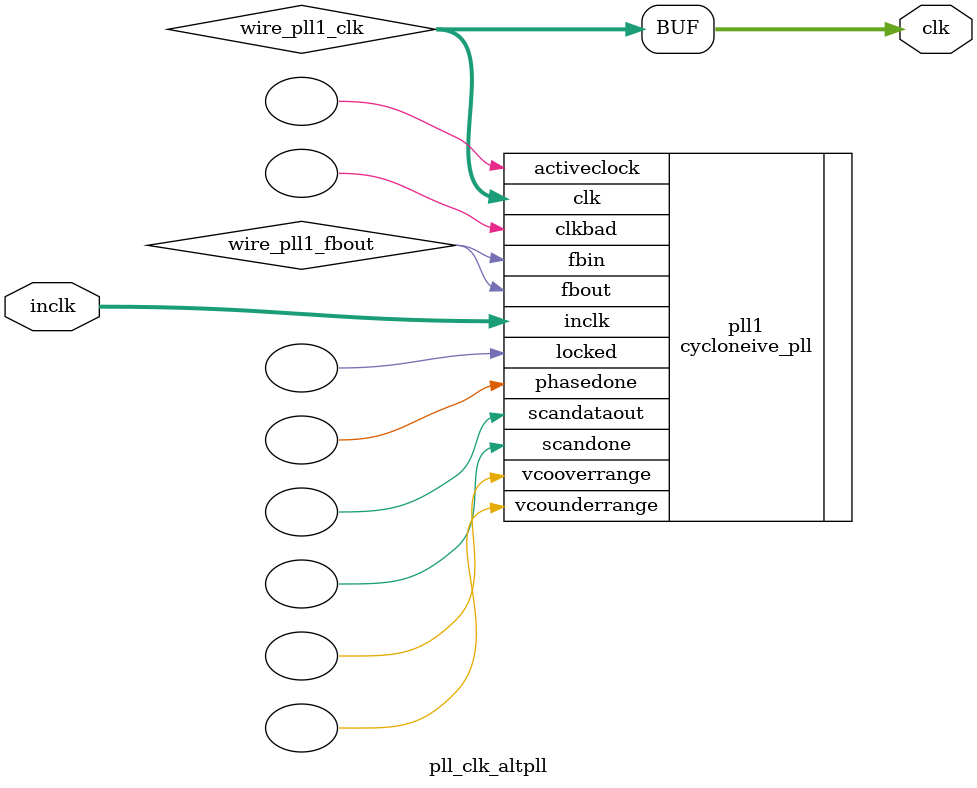
<source format=v>






//synthesis_resources = cycloneive_pll 1 
//synopsys translate_off
`timescale 1 ps / 1 ps
//synopsys translate_on
module  pll_clk_altpll
	( 
	clk,
	inclk) /* synthesis synthesis_clearbox=1 */;
	output   [4:0]  clk;
	input   [1:0]  inclk;
`ifndef ALTERA_RESERVED_QIS
// synopsys translate_off
`endif
	tri0   [1:0]  inclk;
`ifndef ALTERA_RESERVED_QIS
// synopsys translate_on
`endif

	wire  [4:0]   wire_pll1_clk;
	wire  wire_pll1_fbout;

	cycloneive_pll   pll1
	( 
	.activeclock(),
	.clk(wire_pll1_clk),
	.clkbad(),
	.fbin(wire_pll1_fbout),
	.fbout(wire_pll1_fbout),
	.inclk(inclk),
	.locked(),
	.phasedone(),
	.scandataout(),
	.scandone(),
	.vcooverrange(),
	.vcounderrange()
	`ifndef FORMAL_VERIFICATION
	// synopsys translate_off
	`endif
	,
	.areset(1'b0),
	.clkswitch(1'b0),
	.configupdate(1'b0),
	.pfdena(1'b1),
	.phasecounterselect({3{1'b0}}),
	.phasestep(1'b0),
	.phaseupdown(1'b0),
	.scanclk(1'b0),
	.scanclkena(1'b1),
	.scandata(1'b0)
	`ifndef FORMAL_VERIFICATION
	// synopsys translate_on
	`endif
	);
	defparam
		pll1.bandwidth_type = "auto",
		pll1.clk0_divide_by = 5,
		pll1.clk0_duty_cycle = 50,
		pll1.clk0_multiply_by = 6,
		pll1.clk0_phase_shift = "0",
		pll1.clk1_divide_by = 5,
		pll1.clk1_duty_cycle = 50,
		pll1.clk1_multiply_by = 12,
		pll1.clk1_phase_shift = "0",
		pll1.clk2_divide_by = 5,
		pll1.clk2_duty_cycle = 50,
		pll1.clk2_multiply_by = 12,
		pll1.clk2_phase_shift = "-1736",
		pll1.compensate_clock = "clk0",
		pll1.inclk0_input_frequency = 20000,
		pll1.operation_mode = "normal",
		pll1.pll_type = "auto",
		pll1.lpm_type = "cycloneive_pll";
	assign
		clk = {wire_pll1_clk[4:0]};
endmodule //pll_clk_altpll
//VALID FILE

</source>
